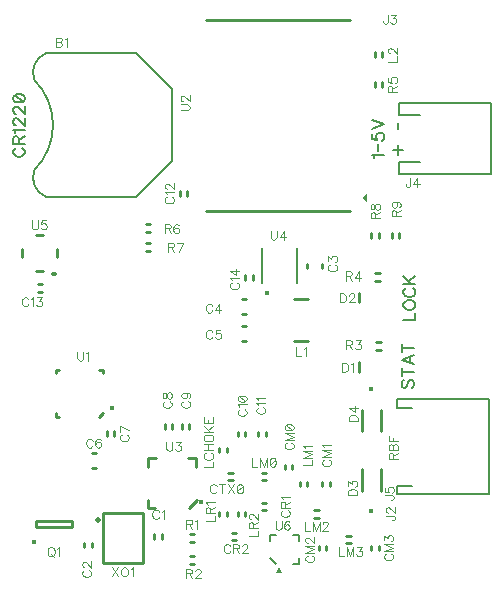
<source format=gto>
G04 DipTrace 3.2.0.0*
G04 LFTlayout-TopSilk.gto*
%MOIN*%
G04 #@! TF.FileFunction,Legend,Top*
G04 #@! TF.Part,Single*
%ADD10C,0.009843*%
%ADD15C,0.007874*%
%ADD23C,0.008*%
%ADD31C,0.015749*%
%ADD42C,0.015404*%
%ADD45O,0.016152X0.015352*%
%ADD53C,0.015413*%
%ADD55O,0.018307X0.017324*%
%ADD57C,0.005906*%
%ADD62C,0.019684*%
%ADD135C,0.004632*%
%ADD136C,0.006176*%
%FSLAX26Y26*%
G04*
G70*
G90*
G75*
G01*
G04 TopSilk*
%LPD*%
X524002Y1710226D2*
D23*
G02X484011Y1800297I25157J65083D01*
G01*
Y2100234D2*
G02X524002Y2190304I65148J24987D01*
G01*
X823868D1*
X943843Y2070210D1*
Y1830320D1*
X823868Y1710226D1*
X524002D1*
X484011Y2100234D2*
G02X484011Y1800297I-150032J-149969D01*
G01*
X884317Y571362D2*
D10*
Y586651D1*
X909326Y571362D2*
Y586651D1*
X674532Y558107D2*
Y542818D1*
X649523Y558107D2*
Y542818D1*
X1394018Y1475170D2*
Y1487668D1*
X1444014Y1475170D2*
Y1487668D1*
X1187863Y1319019D2*
X1175366D1*
X1187863Y1369015D2*
X1175366D1*
X1187863Y1231519D2*
X1175366D1*
X1187863Y1281515D2*
X1175366D1*
X687863Y806518D2*
X675366D1*
X687863Y856514D2*
X675366D1*
X750270Y929367D2*
Y914077D1*
X725261Y929367D2*
Y914077D1*
X918274Y937405D2*
Y952695D1*
X943283Y937405D2*
Y952695D1*
X974523Y937405D2*
Y952695D1*
X999532Y937405D2*
Y952695D1*
X1162023Y912405D2*
Y927695D1*
X1187032Y912405D2*
Y927695D1*
X1230774Y912405D2*
Y927695D1*
X1255783Y912405D2*
Y927695D1*
X994020Y1729367D2*
Y1714077D1*
X969012Y1729367D2*
Y1714077D1*
X510617Y1394012D2*
X495328D1*
X510617Y1419020D2*
X495328D1*
X1187761Y1433667D2*
Y1448956D1*
X1212770Y1433667D2*
Y1448956D1*
X1318273Y802610D2*
Y817900D1*
X1343281Y802610D2*
Y817900D1*
X1443274Y746361D2*
Y761650D1*
X1468283Y746361D2*
Y761650D1*
X1456520Y548117D2*
Y532828D1*
X1431512Y548117D2*
Y532828D1*
X1631520Y548117D2*
Y532828D1*
X1606512Y548117D2*
Y532828D1*
X1241883Y691510D2*
X1257172D1*
X1241883Y666501D2*
X1257172D1*
X1141883Y591511D2*
X1157172D1*
X1141883Y566502D2*
X1157172D1*
X1129383Y791510D2*
X1144672D1*
X1129383Y766501D2*
X1144672D1*
X1566802Y1128268D2*
Y1159764D1*
Y1359519D2*
Y1391015D1*
X1575017Y731755D2*
Y802634D1*
X1638012Y731755D2*
Y802634D1*
D31*
X1606515Y662864D3*
X1638015Y1000028D2*
D10*
Y929149D1*
X1575020Y1000028D2*
Y929149D1*
D31*
X1606517Y1068918D3*
X1769025Y1983378D2*
D23*
X1698150D1*
Y2022756D1*
X2005236D1*
Y1786536D1*
X1698150D1*
Y1825914D1*
X1769025D1*
X1692835Y1035256D2*
X1999922D1*
Y720296D1*
X1692835D1*
Y1035256D2*
Y1007697D1*
Y720296D2*
Y747855D1*
Y1007697D2*
X1744026D1*
X1692835Y747855D2*
X1744026D1*
X1396728Y1229399D2*
D10*
X1349472D1*
X1396728Y1371135D2*
X1349472D1*
X1644020Y2191867D2*
Y2176577D1*
X1619012Y2191867D2*
Y2176577D1*
X1099523Y858862D2*
Y874151D1*
X1124532Y858862D2*
Y874151D1*
X1241883Y791510D2*
X1257172D1*
X1241883Y766501D2*
X1257172D1*
X1393283Y761650D2*
Y746361D1*
X1368274Y761650D2*
Y746361D1*
X1432172Y641502D2*
X1416883D1*
X1432172Y666511D2*
X1416883D1*
X1523871Y581520D2*
X1539161D1*
X1523871Y556512D2*
X1539161D1*
X1124532Y661651D2*
Y646362D1*
X1099523Y661651D2*
Y646362D1*
X1187032Y661651D2*
Y646362D1*
X1162023Y661651D2*
Y646362D1*
D42*
X481916Y560556D3*
X491117Y610698D2*
D10*
X609222D1*
Y630384D1*
X491117D1*
Y610698D1*
X1001677Y585260D2*
X1016966D1*
X1001677Y560252D2*
X1016966D1*
X1002415Y512771D2*
X1017704D1*
X1002415Y487762D2*
X1017704D1*
X1623871Y1225271D2*
X1639161D1*
X1623871Y1200262D2*
X1639161D1*
X1621165Y1456520D2*
X1636455D1*
X1621165Y1431512D2*
X1636455D1*
X1619012Y2077415D2*
Y2092704D1*
X1644020Y2077415D2*
Y2092704D1*
X855122Y1619020D2*
X870411D1*
X855122Y1594012D2*
X870411D1*
X855121Y1556520D2*
X870410D1*
X855121Y1531512D2*
X870410D1*
X1606512Y1573873D2*
Y1589162D1*
X1631520Y1573873D2*
Y1589162D1*
X1700270Y1589161D2*
Y1573871D1*
X1675261Y1589161D2*
Y1573871D1*
X712824Y988802D2*
X701030Y976983D1*
X712824Y1134474D2*
X701030D1*
X712824D2*
Y1122655D1*
X555281Y1134474D2*
Y1122655D1*
Y1134474D2*
X567117D1*
X555281Y976983D2*
Y988802D1*
Y976983D2*
X567117D1*
D45*
X744123Y1006713D3*
X1055154Y1665177D2*
D10*
X1535423D1*
X1055154Y2299036D2*
X1535423D1*
G36*
X1574813Y1708470D2*
X1594508Y1692750D1*
Y1724253D1*
X1574813Y1708470D1*
G37*
X861343Y701405D2*
D10*
Y673840D1*
X884965D2*
X861343D1*
Y839192D2*
Y811627D1*
X888902Y839192D2*
X861343D1*
X1022757D2*
Y811627D1*
Y839192D2*
X995198D1*
X999135Y673840D2*
X1026694Y701405D1*
D31*
X1038504Y693532D3*
D53*
X1259570Y1390140D3*
X1241210Y1422265D2*
D15*
Y1540389D1*
X1359320Y1422265D2*
Y1540389D1*
D55*
X551003Y1451943D3*
X442046Y1511781D2*
D10*
Y1535405D1*
X489290Y1582651D2*
X512912D1*
X560156Y1535405D2*
Y1511781D1*
X512912Y1464535D2*
X489290D1*
X1268970Y564882D2*
D57*
Y584563D1*
X1288648D1*
X1347712D2*
X1367390D1*
Y564882D1*
Y505828D2*
Y486148D1*
X1347712D1*
X1288648D2*
X1268970Y505828D1*
G36*
X1290385Y457191D2*
X1300229Y476871D1*
X1310073Y457191D1*
D1*
X1290385D1*
G37*
D62*
X695624Y632711D3*
X845295Y656663D2*
D10*
X711431D1*
Y491309D1*
X845295D1*
Y656663D1*
X555835Y2241699D2*
D135*
Y2211555D1*
X568768D1*
X573079Y2213014D1*
X574505Y2214440D1*
X575931Y2217292D1*
Y2221603D1*
X574505Y2224488D1*
X573079Y2225914D1*
X568768Y2227340D1*
X573079Y2228799D1*
X574505Y2230225D1*
X575931Y2233077D1*
Y2235962D1*
X574505Y2238814D1*
X573079Y2240273D1*
X568768Y2241699D1*
X555835D1*
Y2227340D2*
X568768D1*
X585195Y2235929D2*
X588080Y2237388D1*
X592391Y2241666D1*
Y2211555D1*
X899353Y660069D2*
X897927Y662921D1*
X895042Y665806D1*
X892190Y667232D1*
X886453D1*
X883568Y665806D1*
X880716Y662921D1*
X879257Y660069D1*
X877831Y655758D1*
Y648562D1*
X879257Y644284D1*
X880716Y641399D1*
X883568Y638547D1*
X886453Y637088D1*
X892190D1*
X895042Y638547D1*
X897927Y641399D1*
X899353Y644284D1*
X908616Y661462D2*
X911502Y662921D1*
X915813Y667199D1*
Y637088D1*
X650257Y465835D2*
X647405Y464409D1*
X644520Y461524D1*
X643094Y458672D1*
Y452935D1*
X644520Y450050D1*
X647405Y447198D1*
X650257Y445739D1*
X654568Y444313D1*
X661764D1*
X666042Y445739D1*
X668927Y447198D1*
X671779Y450050D1*
X673238Y452935D1*
Y458672D1*
X671779Y461524D1*
X668927Y464409D1*
X666042Y465835D1*
X650290Y476557D2*
X648864D1*
X645979Y477983D1*
X644553Y479409D1*
X643127Y482294D1*
Y488031D1*
X644553Y490883D1*
X645979Y492309D1*
X648864Y493768D1*
X651716D1*
X654601Y492309D1*
X658879Y489457D1*
X673238Y475098D1*
Y495194D1*
X1469745Y1484243D2*
X1466893Y1482817D1*
X1464008Y1479932D1*
X1462582Y1477080D1*
Y1471343D1*
X1464008Y1468458D1*
X1466893Y1465606D1*
X1469745Y1464147D1*
X1474056Y1462721D1*
X1481252D1*
X1485530Y1464147D1*
X1488415Y1465606D1*
X1491267Y1468458D1*
X1492726Y1471343D1*
Y1477080D1*
X1491267Y1479932D1*
X1488415Y1482817D1*
X1485530Y1484243D1*
X1462615Y1496392D2*
Y1512143D1*
X1474089Y1503554D1*
Y1507865D1*
X1475515Y1510717D1*
X1476941Y1512143D1*
X1481252Y1513602D1*
X1484104D1*
X1488415Y1512143D1*
X1491300Y1509291D1*
X1492726Y1504980D1*
Y1500669D1*
X1491300Y1496392D1*
X1489841Y1494966D1*
X1486989Y1493506D1*
X1076983Y1347816D2*
X1075557Y1350668D1*
X1072672Y1353553D1*
X1069820Y1354979D1*
X1064083D1*
X1061198Y1353553D1*
X1058346Y1350668D1*
X1056887Y1347816D1*
X1055461Y1343505D1*
Y1336309D1*
X1056887Y1332031D1*
X1058346Y1329146D1*
X1061198Y1326294D1*
X1064083Y1324835D1*
X1069820D1*
X1072672Y1326294D1*
X1075557Y1329146D1*
X1076983Y1332031D1*
X1100605Y1324835D2*
Y1354946D1*
X1086246Y1334883D1*
X1107768D1*
X1077696Y1260316D2*
X1076270Y1263168D1*
X1073385Y1266053D1*
X1070533Y1267479D1*
X1064796D1*
X1061911Y1266053D1*
X1059059Y1263168D1*
X1057600Y1260316D1*
X1056174Y1256005D1*
Y1248809D1*
X1057600Y1244531D1*
X1059059Y1241646D1*
X1061911Y1238794D1*
X1064796Y1237335D1*
X1070533D1*
X1073385Y1238794D1*
X1076270Y1241646D1*
X1077696Y1244531D1*
X1104170Y1267446D2*
X1089844D1*
X1088418Y1254546D1*
X1089844Y1255972D1*
X1094155Y1257431D1*
X1098433D1*
X1102744Y1255972D1*
X1105629Y1253120D1*
X1107055Y1248809D1*
Y1245957D1*
X1105629Y1241646D1*
X1102744Y1238761D1*
X1098433Y1237335D1*
X1094155D1*
X1089844Y1238761D1*
X1088418Y1240220D1*
X1086959Y1243072D1*
X678425Y897814D2*
X676999Y900666D1*
X674114Y903551D1*
X671262Y904977D1*
X665525D1*
X662640Y903551D1*
X659788Y900666D1*
X658329Y897814D1*
X656903Y893503D1*
Y886307D1*
X658329Y882029D1*
X659788Y879144D1*
X662640Y876293D1*
X665525Y874833D1*
X671262D1*
X674114Y876293D1*
X676999Y879144D1*
X678425Y882029D1*
X704900Y900666D2*
X703474Y903518D1*
X699163Y904944D1*
X696311D1*
X692000Y903518D1*
X689115Y899207D1*
X687689Y892044D1*
Y884881D1*
X689115Y879144D1*
X692000Y876259D1*
X696311Y874833D1*
X697737D1*
X702015Y876259D1*
X704900Y879144D1*
X706326Y883455D1*
Y884881D1*
X704900Y889192D1*
X702015Y892044D1*
X697737Y893470D1*
X696311D1*
X692000Y892044D1*
X689115Y889192D1*
X687689Y884881D1*
X775994Y918345D2*
X773143Y916919D1*
X770257Y914034D1*
X768832Y911182D1*
Y905445D1*
X770257Y902560D1*
X773143Y899708D1*
X775994Y898249D1*
X780305Y896823D1*
X787502D1*
X791779Y898249D1*
X794665Y899708D1*
X797516Y902560D1*
X798976Y905445D1*
Y911182D1*
X797516Y914034D1*
X794665Y916919D1*
X791779Y918345D1*
X798976Y933346D2*
X768865Y947705D1*
Y927609D1*
X919006Y1029190D2*
X916154Y1027764D1*
X913269Y1024879D1*
X911843Y1022027D1*
Y1016290D1*
X913269Y1013405D1*
X916154Y1010553D1*
X919006Y1009094D1*
X923317Y1007668D1*
X930513D1*
X934791Y1009094D1*
X937676Y1010553D1*
X940528Y1013405D1*
X941987Y1016290D1*
Y1022027D1*
X940528Y1024879D1*
X937676Y1027764D1*
X934791Y1029190D1*
X911877Y1045616D2*
X913302Y1041339D1*
X916154Y1039879D1*
X919039D1*
X921891Y1041339D1*
X923350Y1044190D1*
X924776Y1049927D1*
X926202Y1054238D1*
X929087Y1057090D1*
X931939Y1058516D1*
X936250D1*
X939102Y1057090D1*
X940561Y1055664D1*
X941987Y1051353D1*
Y1045616D1*
X940561Y1041339D1*
X939102Y1039879D1*
X936250Y1038453D1*
X931939D1*
X929087Y1039879D1*
X926202Y1042765D1*
X924776Y1047042D1*
X923350Y1052779D1*
X921891Y1055664D1*
X919039Y1057090D1*
X916154D1*
X913302Y1055664D1*
X911877Y1051353D1*
Y1045616D1*
X981508Y1029885D2*
X978656Y1028459D1*
X975771Y1025574D1*
X974345Y1022722D1*
Y1016985D1*
X975771Y1014100D1*
X978656Y1011248D1*
X981508Y1009789D1*
X985819Y1008363D1*
X993015D1*
X997293Y1009789D1*
X1000178Y1011248D1*
X1003030Y1014100D1*
X1004489Y1016985D1*
Y1022722D1*
X1003030Y1025574D1*
X1000178Y1028459D1*
X997293Y1029885D1*
X984393Y1057819D2*
X988704Y1056359D1*
X991589Y1053508D1*
X993015Y1049197D1*
Y1047771D1*
X991589Y1043460D1*
X988704Y1040608D1*
X984393Y1039149D1*
X982967D1*
X978656Y1040608D1*
X975804Y1043460D1*
X974378Y1047771D1*
Y1049197D1*
X975804Y1053508D1*
X978656Y1056360D1*
X984393Y1057819D1*
X991589D1*
X998752Y1056359D1*
X1003063Y1053508D1*
X1004489Y1049197D1*
Y1046345D1*
X1003063Y1042034D1*
X1000178Y1040608D1*
X1169006Y1002193D2*
X1166154Y1000767D1*
X1163269Y997882D1*
X1161843Y995030D1*
Y989293D1*
X1163269Y986408D1*
X1166154Y983556D1*
X1169006Y982097D1*
X1173317Y980671D1*
X1180513D1*
X1184791Y982097D1*
X1187676Y983556D1*
X1190528Y986408D1*
X1191987Y989293D1*
Y995030D1*
X1190528Y997882D1*
X1187676Y1000767D1*
X1184791Y1002193D1*
X1167614Y1011456D2*
X1166154Y1014342D1*
X1161877Y1018653D1*
X1191987Y1018652D1*
X1161877Y1036538D2*
X1163302Y1032227D1*
X1167614Y1029342D1*
X1174776Y1027916D1*
X1179087D1*
X1186250Y1029342D1*
X1190561Y1032227D1*
X1191987Y1036538D1*
Y1039390D1*
X1190561Y1043701D1*
X1186250Y1046553D1*
X1179087Y1048012D1*
X1174776D1*
X1167614Y1046553D1*
X1163302Y1043701D1*
X1161877Y1039390D1*
Y1036538D1*
X1167614Y1046553D2*
X1186250Y1029342D1*
X1231508Y1008643D2*
X1228656Y1007217D1*
X1225771Y1004332D1*
X1224345Y1001480D1*
Y995743D1*
X1225771Y992858D1*
X1228656Y990006D1*
X1231508Y988547D1*
X1235819Y987121D1*
X1243015D1*
X1247293Y988547D1*
X1250178Y990006D1*
X1253030Y992858D1*
X1254489Y995743D1*
Y1001480D1*
X1253030Y1004332D1*
X1250178Y1007217D1*
X1247293Y1008643D1*
X1230115Y1017906D2*
X1228656Y1020791D1*
X1224378Y1025103D1*
X1254489Y1025102D1*
X1230115Y1034366D2*
X1228656Y1037251D1*
X1224378Y1041562D1*
X1254489D1*
X925994Y1710116D2*
X923143Y1708690D1*
X920257Y1705805D1*
X918832Y1702953D1*
Y1697216D1*
X920257Y1694331D1*
X923143Y1691479D1*
X925994Y1690020D1*
X930305Y1688594D1*
X937502D1*
X941779Y1690020D1*
X944665Y1691479D1*
X947516Y1694331D1*
X948976Y1697216D1*
Y1702953D1*
X947516Y1705804D1*
X944665Y1708690D1*
X941779Y1710115D1*
X924602Y1719379D2*
X923143Y1722264D1*
X918865Y1726575D1*
X948976D1*
X926028Y1737298D2*
X924602D1*
X921717Y1738724D1*
X920291Y1740150D1*
X918865Y1743035D1*
Y1748772D1*
X920291Y1751624D1*
X921717Y1753050D1*
X924602Y1754509D1*
X927454D1*
X930339Y1753050D1*
X934617Y1750198D1*
X948976Y1735839D1*
Y1755935D1*
X464248Y1368829D2*
X462822Y1371681D1*
X459937Y1374566D1*
X457085Y1375992D1*
X451348D1*
X448463Y1374566D1*
X445611Y1371681D1*
X444152Y1368829D1*
X442726Y1364518D1*
Y1357322D1*
X444152Y1353044D1*
X445611Y1350159D1*
X448463Y1347307D1*
X451348Y1345848D1*
X457085D1*
X459937Y1347307D1*
X462822Y1350159D1*
X464248Y1353044D1*
X473512Y1370222D2*
X476397Y1371681D1*
X480708Y1375959D1*
Y1345848D1*
X492856Y1375959D2*
X508608D1*
X500019Y1364485D1*
X504330D1*
X507182Y1363059D1*
X508608Y1361633D1*
X510067Y1357322D1*
Y1354470D1*
X508608Y1350159D1*
X505756Y1347274D1*
X501445Y1345848D1*
X497134D1*
X492856Y1347274D1*
X491430Y1348733D1*
X489971Y1351585D1*
X1143166Y1424328D2*
X1140314Y1422902D1*
X1137429Y1420017D1*
X1136003Y1417165D1*
Y1411428D1*
X1137429Y1408543D1*
X1140314Y1405691D1*
X1143166Y1404232D1*
X1147477Y1402806D1*
X1154673D1*
X1158951Y1404232D1*
X1161836Y1405691D1*
X1164688Y1408543D1*
X1166147Y1411428D1*
Y1417165D1*
X1164688Y1420017D1*
X1161836Y1422902D1*
X1158951Y1424328D1*
X1141774Y1433591D2*
X1140315Y1436476D1*
X1136037Y1440787D1*
X1166147D1*
Y1464410D2*
X1136037D1*
X1156099Y1450051D1*
Y1471573D1*
X1325256Y890771D2*
X1322404Y889345D1*
X1319519Y886460D1*
X1318093Y883608D1*
Y877871D1*
X1319519Y874986D1*
X1322404Y872134D1*
X1325256Y870675D1*
X1329567Y869249D1*
X1336763D1*
X1341041Y870675D1*
X1343926Y872134D1*
X1346778Y874986D1*
X1348237Y877871D1*
Y883608D1*
X1346778Y886460D1*
X1343926Y889345D1*
X1341041Y890771D1*
X1348237Y922982D2*
X1318093Y922983D1*
X1348237Y911509D1*
X1318093Y900035D1*
X1348237D1*
X1318126Y940868D2*
X1319552Y936557D1*
X1323863Y933672D1*
X1331026Y932246D1*
X1335337D1*
X1342500Y933672D1*
X1346811Y936557D1*
X1348237Y940868D1*
Y943720D1*
X1346811Y948031D1*
X1342500Y950883D1*
X1335337Y952342D1*
X1331026D1*
X1323863Y950883D1*
X1319552Y948031D1*
X1318126Y943720D1*
Y940868D1*
X1323863Y950883D2*
X1342500Y933672D1*
X1450257Y834722D2*
X1447405Y833296D1*
X1444520Y830411D1*
X1443094Y827559D1*
Y821822D1*
X1444520Y818937D1*
X1447405Y816086D1*
X1450257Y814626D1*
X1454568Y813200D1*
X1461764D1*
X1466042Y814626D1*
X1468927Y816086D1*
X1471779Y818937D1*
X1473238Y821822D1*
Y827559D1*
X1471779Y830411D1*
X1468927Y833296D1*
X1466042Y834722D1*
X1473238Y866934D2*
X1443094D1*
X1473238Y855460D1*
X1443094Y843986D1*
X1473238D1*
X1448864Y876197D2*
X1447405Y879082D1*
X1443127Y883393D1*
X1473238D1*
X1394744Y514740D2*
X1391892Y513314D1*
X1389007Y510429D1*
X1387581Y507577D1*
Y501840D1*
X1389007Y498955D1*
X1391892Y496103D1*
X1394744Y494644D1*
X1399055Y493218D1*
X1406251D1*
X1410529Y494644D1*
X1413414Y496103D1*
X1416266Y498955D1*
X1417725Y501840D1*
Y507577D1*
X1416266Y510429D1*
X1413414Y513314D1*
X1410529Y514740D1*
X1417725Y546951D2*
X1387581D1*
X1417725Y535477D1*
X1387581Y524003D1*
X1417725D1*
X1394777Y557674D2*
X1393351D1*
X1390466Y559100D1*
X1389040Y560526D1*
X1387614Y563411D1*
Y569148D1*
X1389040Y572000D1*
X1390466Y573425D1*
X1393351Y574885D1*
X1396203D1*
X1399088Y573425D1*
X1403366Y570574D1*
X1417725Y556215D1*
Y576311D1*
X1657245Y520989D2*
X1654393Y519563D1*
X1651508Y516678D1*
X1650082Y513826D1*
Y508089D1*
X1651508Y505204D1*
X1654393Y502352D1*
X1657245Y500893D1*
X1661556Y499467D1*
X1668752D1*
X1673030Y500893D1*
X1675915Y502352D1*
X1678767Y505204D1*
X1680226Y508089D1*
Y513826D1*
X1678767Y516678D1*
X1675915Y519563D1*
X1673030Y520989D1*
X1680226Y553200D2*
X1650082D1*
X1680226Y541726D1*
X1650082Y530252D1*
X1680226D1*
X1650115Y565349D2*
Y581101D1*
X1661589Y572512D1*
Y576823D1*
X1663015Y579675D1*
X1664441Y581101D1*
X1668752Y582560D1*
X1671604D1*
X1675915Y581101D1*
X1678800Y578249D1*
X1680226Y573938D1*
Y569627D1*
X1678800Y565349D1*
X1677341Y563923D1*
X1674489Y562464D1*
X1312757Y665823D2*
X1309905Y664397D1*
X1307020Y661512D1*
X1305594Y658660D1*
Y652923D1*
X1307020Y650038D1*
X1309905Y647186D1*
X1312757Y645727D1*
X1317068Y644301D1*
X1324264D1*
X1328542Y645727D1*
X1331427Y647186D1*
X1334279Y650038D1*
X1335738Y652923D1*
Y658660D1*
X1334279Y661512D1*
X1331427Y664397D1*
X1328542Y665823D1*
X1319953Y675086D2*
Y687986D1*
X1318494Y692297D1*
X1317068Y693756D1*
X1314216Y695182D1*
X1311331D1*
X1308479Y693756D1*
X1307020Y692297D1*
X1305594Y687986D1*
Y675086D1*
X1335738D1*
X1319953Y685134D2*
X1335738Y695182D1*
X1311364Y704446D2*
X1309905Y707331D1*
X1305627Y711642D1*
X1335738D1*
X1137180Y545994D2*
X1135754Y548846D1*
X1132869Y551731D1*
X1130017Y553157D1*
X1124280D1*
X1121395Y551731D1*
X1118543Y548846D1*
X1117084Y545994D1*
X1115658Y541683D1*
Y534487D1*
X1117084Y530209D1*
X1118543Y527324D1*
X1121395Y524472D1*
X1124280Y523013D1*
X1130017D1*
X1132869Y524472D1*
X1135754Y527324D1*
X1137180Y530209D1*
X1146443Y538798D2*
X1159343D1*
X1163654Y540257D1*
X1165113Y541683D1*
X1166539Y544535D1*
Y547420D1*
X1165113Y550272D1*
X1163654Y551731D1*
X1159343Y553157D1*
X1146443D1*
Y523013D1*
X1156491Y538798D2*
X1166539Y523013D1*
X1177262Y545961D2*
Y547387D1*
X1178688Y550272D1*
X1180114Y551698D1*
X1182999Y553124D1*
X1188736D1*
X1191588Y551698D1*
X1193014Y550272D1*
X1194473Y547387D1*
Y544535D1*
X1193014Y541650D1*
X1190162Y537372D1*
X1175803Y523013D1*
X1195899D1*
X1091249Y745993D2*
X1089824Y748845D1*
X1086938Y751730D1*
X1084087Y753156D1*
X1078350D1*
X1075464Y751730D1*
X1072613Y748845D1*
X1071153Y745993D1*
X1069728Y741682D1*
Y734486D1*
X1071153Y730208D1*
X1072613Y727323D1*
X1075464Y724471D1*
X1078350Y723012D1*
X1084087D1*
X1086938Y724471D1*
X1089824Y727323D1*
X1091249Y730208D1*
X1110561Y753156D2*
Y723012D1*
X1100513Y753156D2*
X1120609D1*
X1129873D2*
X1149969Y723012D1*
Y753156D2*
X1129873Y723012D1*
X1167854Y753123D2*
X1163543Y751697D1*
X1160658Y747386D1*
X1159232Y740223D1*
Y735912D1*
X1160658Y728749D1*
X1163543Y724438D1*
X1167854Y723012D1*
X1170706D1*
X1175017Y724438D1*
X1177869Y728749D1*
X1179328Y735912D1*
Y740223D1*
X1177869Y747386D1*
X1175017Y751697D1*
X1170706Y753123D1*
X1167854D1*
X1177869Y747386D2*
X1160658Y728749D1*
X1509548Y1157635D2*
Y1127491D1*
X1519596D1*
X1523907Y1128950D1*
X1526792Y1131802D1*
X1528218Y1134687D1*
X1529644Y1138965D1*
Y1146161D1*
X1528218Y1150472D1*
X1526792Y1153324D1*
X1523907Y1156209D1*
X1519596Y1157635D1*
X1509548D1*
X1538907Y1151865D2*
X1541793Y1153324D1*
X1546104Y1157602D1*
Y1127491D1*
X1503098Y1388886D2*
Y1358742D1*
X1513146D1*
X1517457Y1360201D1*
X1520342Y1363053D1*
X1521768Y1365938D1*
X1523194Y1370215D1*
Y1377412D1*
X1521768Y1381723D1*
X1520342Y1384575D1*
X1517457Y1387460D1*
X1513146Y1388886D1*
X1503098D1*
X1533917Y1381689D2*
Y1383115D1*
X1535343Y1386000D1*
X1536769Y1387426D1*
X1539654Y1388852D1*
X1545391D1*
X1548242Y1387426D1*
X1549668Y1386000D1*
X1551128Y1383115D1*
Y1380263D1*
X1549668Y1377378D1*
X1546817Y1373101D1*
X1532457Y1358742D1*
X1552553D1*
X1529755Y715451D2*
X1559899D1*
Y725499D1*
X1558440Y729810D1*
X1555588Y732695D1*
X1552703Y734121D1*
X1548425Y735547D1*
X1541229D1*
X1536918Y734121D1*
X1534066Y732695D1*
X1531181Y729810D1*
X1529755Y725499D1*
Y715451D1*
X1529789Y747696D2*
Y763447D1*
X1541263Y754859D1*
Y759170D1*
X1542689Y762021D1*
X1544114Y763447D1*
X1548425Y764907D1*
X1551277D1*
X1555588Y763447D1*
X1558473Y760595D1*
X1559899Y756284D1*
Y751973D1*
X1558473Y747696D1*
X1557014Y746270D1*
X1554162Y744811D1*
X1531334Y963851D2*
X1561478D1*
Y973899D1*
X1560019Y978210D1*
X1557167Y981095D1*
X1554282Y982521D1*
X1550004Y983947D1*
X1542808D1*
X1538497Y982521D1*
X1535645Y981095D1*
X1532760Y978210D1*
X1531334Y973899D1*
Y963851D1*
X1561478Y1007569D2*
X1531367D1*
X1551430Y993210D1*
Y1014732D1*
X1656333Y647767D2*
X1679281Y647766D1*
X1683592Y646341D1*
X1685018Y644881D1*
X1686477Y642029D1*
Y639144D1*
X1685018Y636293D1*
X1683592Y634867D1*
X1679281Y633407D1*
X1676429D1*
X1663529Y658489D2*
X1662103D1*
X1659218Y659915D1*
X1657792Y661341D1*
X1656366Y664226D1*
Y669963D1*
X1657792Y672815D1*
X1659218Y674241D1*
X1662103Y675700D1*
X1664955D1*
X1667840Y674241D1*
X1672118Y671389D1*
X1686477Y657030D1*
Y677126D1*
X1661516Y2317950D2*
Y2295002D1*
X1660090Y2290691D1*
X1658631Y2289265D1*
X1655779Y2287806D1*
X1652894D1*
X1650042Y2289265D1*
X1648616Y2290691D1*
X1647157Y2295002D1*
Y2297854D1*
X1673664Y2317917D2*
X1689416D1*
X1680827Y2306443D1*
X1685138D1*
X1687990Y2305017D1*
X1689416Y2303591D1*
X1690875Y2299280D1*
Y2296428D1*
X1689416Y2292117D1*
X1686564Y2289232D1*
X1682253Y2287806D1*
X1677942D1*
X1673664Y2289232D1*
X1672238Y2290691D1*
X1670779Y2293543D1*
X1737231Y1772941D2*
Y1749993D1*
X1735805Y1745682D1*
X1734346Y1744256D1*
X1731494Y1742797D1*
X1728609D1*
X1725757Y1744256D1*
X1724331Y1745682D1*
X1722872Y1749993D1*
Y1752845D1*
X1760853Y1742797D2*
Y1772907D1*
X1746494Y1752845D1*
X1768016D1*
X1652444Y715256D2*
X1675392D1*
X1679703Y713830D1*
X1681129Y712371D1*
X1682588Y709519D1*
Y706634D1*
X1681129Y703782D1*
X1679703Y702356D1*
X1675392Y700897D1*
X1672540D1*
X1652478Y741730D2*
Y727405D1*
X1665377Y725979D1*
X1663952Y727405D1*
X1662492Y731716D1*
Y735993D1*
X1663952Y740304D1*
X1666803Y743190D1*
X1671114Y744615D1*
X1673966D1*
X1678277Y743190D1*
X1681162Y740304D1*
X1682588Y735993D1*
Y731716D1*
X1681162Y727405D1*
X1679703Y725979D1*
X1676851Y724519D1*
X1356265Y1210786D2*
Y1180642D1*
X1373476D1*
X1382739Y1205016D2*
X1385624Y1206475D1*
X1389935Y1210753D1*
Y1180642D1*
X1662582Y2161478D2*
X1692726D1*
Y2178688D1*
X1669778Y2189411D2*
X1668352D1*
X1665467Y2190837D1*
X1664041Y2192263D1*
X1662615Y2195148D1*
Y2200885D1*
X1664041Y2203737D1*
X1665467Y2205163D1*
X1668352Y2206622D1*
X1671204D1*
X1674089Y2205163D1*
X1678367Y2202311D1*
X1692726Y2187952D1*
Y2208048D1*
X1049343Y808634D2*
X1079487D1*
Y825845D1*
X1056506Y856630D2*
X1053654Y855204D1*
X1050769Y852319D1*
X1049343Y849467D1*
Y843730D1*
X1050769Y840845D1*
X1053654Y837993D1*
X1056506Y836534D1*
X1060817Y835108D1*
X1068013D1*
X1072291Y836534D1*
X1075176Y837993D1*
X1078028Y840845D1*
X1079487Y843730D1*
Y849467D1*
X1078028Y852319D1*
X1075176Y855204D1*
X1072291Y856630D1*
X1049343Y865894D2*
X1079487D1*
X1049343Y885990D2*
X1079487D1*
X1063702Y865894D2*
Y885990D1*
X1049343Y903875D2*
X1050769Y900990D1*
X1053654Y898138D1*
X1056506Y896679D1*
X1060817Y895253D1*
X1068013D1*
X1072291Y896679D1*
X1075176Y898138D1*
X1078028Y900990D1*
X1079487Y903875D1*
Y909612D1*
X1078028Y912464D1*
X1075176Y915349D1*
X1072291Y916775D1*
X1068013Y918201D1*
X1060817D1*
X1056506Y916775D1*
X1053654Y915349D1*
X1050769Y912464D1*
X1049343Y909612D1*
Y903875D1*
Y927465D2*
X1079487D1*
X1049343Y947561D2*
X1069439Y927465D1*
X1062243Y934628D2*
X1079487Y947561D1*
X1049343Y975461D2*
Y956824D1*
X1079487D1*
Y975461D1*
X1063702Y956824D2*
Y968298D1*
X1210137Y840656D2*
Y810512D1*
X1227348D1*
X1259559D2*
Y840656D1*
X1248085Y810512D1*
X1236611Y840656D1*
Y810512D1*
X1277445Y840623D2*
X1273134Y839197D1*
X1270249Y834886D1*
X1268823Y827723D1*
Y823412D1*
X1270249Y816249D1*
X1273134Y811938D1*
X1277445Y810512D1*
X1280297D1*
X1284608Y811938D1*
X1287460Y816249D1*
X1288919Y823412D1*
Y827723D1*
X1287460Y834886D1*
X1284608Y839197D1*
X1280297Y840623D1*
X1277445D1*
X1287460Y834886D2*
X1270249Y816249D1*
X1380595Y815356D2*
X1410739D1*
Y832567D1*
Y864778D2*
X1380595D1*
X1410739Y853304D1*
X1380595Y841830D1*
X1410739D1*
X1386365Y874042D2*
X1384906Y876927D1*
X1380628Y881238D1*
X1410739D1*
X1385137Y628157D2*
Y598013D1*
X1402348D1*
X1434559D2*
Y628157D1*
X1423085Y598013D1*
X1411611Y628157D1*
Y598013D1*
X1445282Y620961D2*
Y622387D1*
X1446708Y625272D1*
X1448134Y626698D1*
X1451019Y628124D1*
X1456756D1*
X1459608Y626698D1*
X1461034Y625272D1*
X1462493Y622387D1*
Y619535D1*
X1461034Y616650D1*
X1458182Y612372D1*
X1443823Y598013D1*
X1463919D1*
X1498376Y543166D2*
Y513022D1*
X1515587D1*
X1547798D2*
Y543166D1*
X1536324Y513022D1*
X1524850Y543166D1*
Y513022D1*
X1559947Y543133D2*
X1575699D1*
X1567110Y531659D1*
X1571421D1*
X1574273Y530233D1*
X1575699Y528807D1*
X1577158Y524496D1*
Y521644D1*
X1575699Y517333D1*
X1572847Y514448D1*
X1568536Y513022D1*
X1564225D1*
X1559947Y514448D1*
X1558521Y515907D1*
X1557062Y518759D1*
X1055594Y629283D2*
X1085738D1*
Y646494D1*
X1069953Y655758D2*
Y668658D1*
X1068494Y672969D1*
X1067068Y674428D1*
X1064216Y675854D1*
X1061331D1*
X1058479Y674428D1*
X1057020Y672969D1*
X1055594Y668658D1*
Y655758D1*
X1085738D1*
X1069953Y665806D2*
X1085738Y675854D1*
X1061364Y685117D2*
X1059905Y688002D1*
X1055627Y692313D1*
X1085738D1*
X1199343Y579084D2*
X1229487D1*
Y596295D1*
X1213702Y605558D2*
Y618458D1*
X1212243Y622769D1*
X1210817Y624228D1*
X1207965Y625654D1*
X1205080D1*
X1202228Y624228D1*
X1200769Y622769D1*
X1199343Y618458D1*
Y605558D1*
X1229487D1*
X1213702Y615606D2*
X1229487Y625654D1*
X1206539Y636377D2*
X1205114D1*
X1202228Y637803D1*
X1200802Y639229D1*
X1199377Y642114D1*
Y647851D1*
X1200802Y650703D1*
X1202228Y652129D1*
X1205113Y653588D1*
X1207965D1*
X1210850Y652129D1*
X1215128Y649277D1*
X1229487Y634918D1*
Y655014D1*
X536870Y542920D2*
X534019Y541527D1*
X531133Y538642D1*
X529708Y535757D1*
X528248Y531446D1*
Y524283D1*
X529708Y519972D1*
X531133Y517120D1*
X534019Y514235D1*
X536870Y512809D1*
X542607D1*
X545492Y514235D1*
X548344Y517120D1*
X549770Y519972D1*
X551229Y524283D1*
Y531446D1*
X549770Y535757D1*
X548344Y538642D1*
X545492Y541527D1*
X542607Y542920D1*
X536870D1*
X541181Y518546D2*
X549770Y509924D1*
X560493Y537150D2*
X563378Y538609D1*
X567689Y542887D1*
Y512776D1*
X991044Y620048D2*
X1003944D1*
X1008255Y621507D1*
X1009714Y622933D1*
X1011140Y625784D1*
Y628670D1*
X1009714Y631521D1*
X1008255Y632981D1*
X1003944Y634407D1*
X991044D1*
Y604263D1*
X1001092Y620048D2*
X1011140Y604263D1*
X1020404Y628636D2*
X1023289Y630096D1*
X1027600Y634373D1*
Y604263D1*
X990006Y455383D2*
X1002906D1*
X1007217Y456843D1*
X1008676Y458269D1*
X1010102Y461120D1*
Y464006D1*
X1008676Y466857D1*
X1007217Y468317D1*
X1002906Y469742D1*
X990006D1*
Y439598D1*
X1000054Y455383D2*
X1010102Y439598D1*
X1020825Y462546D2*
Y463972D1*
X1022251Y466857D1*
X1023677Y468283D1*
X1026562Y469709D1*
X1032299D1*
X1035151Y468283D1*
X1036577Y466857D1*
X1038036Y463972D1*
Y461120D1*
X1036577Y458235D1*
X1033725Y453958D1*
X1019366Y439598D1*
X1039462D1*
X1523972Y1217883D2*
X1536872D1*
X1541183Y1219343D1*
X1542642Y1220769D1*
X1544068Y1223620D1*
Y1226506D1*
X1542642Y1229357D1*
X1541183Y1230817D1*
X1536872Y1232242D1*
X1523972D1*
Y1202098D1*
X1534020Y1217883D2*
X1544068Y1202098D1*
X1556217Y1232209D2*
X1571968D1*
X1563380Y1220735D1*
X1567691D1*
X1570542Y1219309D1*
X1571968Y1217883D1*
X1573428Y1213572D1*
Y1210721D1*
X1571968Y1206410D1*
X1569116Y1203524D1*
X1564805Y1202098D1*
X1560494D1*
X1556217Y1203524D1*
X1554791Y1204984D1*
X1553332Y1207835D1*
X1522120Y1447558D2*
X1535020D1*
X1539331Y1449017D1*
X1540790Y1450443D1*
X1542216Y1453295D1*
Y1456180D1*
X1540790Y1459032D1*
X1539331Y1460491D1*
X1535020Y1461917D1*
X1522120D1*
Y1431773D1*
X1532168Y1447558D2*
X1542216Y1431773D1*
X1565838D2*
Y1461884D1*
X1551479Y1441821D1*
X1573001D1*
X1676941Y2060872D2*
Y2073772D1*
X1675482Y2078083D1*
X1674056Y2079542D1*
X1671204Y2080968D1*
X1668319D1*
X1665467Y2079542D1*
X1664008Y2078083D1*
X1662582Y2073772D1*
Y2060872D1*
X1692726D1*
X1676941Y2070920D2*
X1692726Y2080968D1*
X1662615Y2107443D2*
Y2093117D1*
X1675515Y2091691D1*
X1674089Y2093117D1*
X1672630Y2097428D1*
Y2101706D1*
X1674089Y2106017D1*
X1676941Y2108902D1*
X1681252Y2110328D1*
X1684104D1*
X1688415Y2108902D1*
X1691300Y2106017D1*
X1692726Y2101706D1*
Y2097428D1*
X1691300Y2093117D1*
X1689841Y2091691D1*
X1686989Y2090232D1*
X918444Y1605383D2*
X931344D1*
X935655Y1606843D1*
X937114Y1608269D1*
X938540Y1611120D1*
Y1614006D1*
X937114Y1616857D1*
X935655Y1618317D1*
X931344Y1619742D1*
X918444D1*
Y1589598D1*
X928492Y1605383D2*
X938540Y1589598D1*
X965015Y1615431D2*
X963589Y1618283D1*
X959278Y1619709D1*
X956426D1*
X952115Y1618283D1*
X949230Y1613972D1*
X947804Y1606809D1*
Y1599646D1*
X949230Y1593910D1*
X952115Y1591024D1*
X956426Y1589598D1*
X957852D1*
X962130Y1591024D1*
X965015Y1593910D1*
X966441Y1598221D1*
Y1599646D1*
X965015Y1603958D1*
X962130Y1606809D1*
X957852Y1608235D1*
X956426D1*
X952115Y1606809D1*
X949230Y1603958D1*
X947804Y1599646D1*
X930213Y1542881D2*
X943113D1*
X947424Y1544340D1*
X948883Y1545766D1*
X950309Y1548618D1*
Y1551503D1*
X948883Y1554355D1*
X947424Y1555814D1*
X943113Y1557240D1*
X930213D1*
Y1527096D1*
X940261Y1542881D2*
X950309Y1527096D1*
X965310D2*
X979669Y1557207D1*
X959573D1*
X1620692Y1638598D2*
Y1651497D1*
X1619233Y1655808D1*
X1617807Y1657268D1*
X1614955Y1658694D1*
X1612070D1*
X1609218Y1657268D1*
X1607759Y1655808D1*
X1606333Y1651497D1*
Y1638598D1*
X1636477D1*
X1620692Y1648646D2*
X1636477Y1658693D1*
X1606366Y1675120D2*
X1607792Y1670842D1*
X1610644Y1669383D1*
X1613529D1*
X1616381Y1670842D1*
X1617840Y1673694D1*
X1619266Y1679431D1*
X1620692Y1683742D1*
X1623577Y1686594D1*
X1626429Y1688020D1*
X1630740D1*
X1633592Y1686594D1*
X1635051Y1685168D1*
X1636477Y1680857D1*
Y1675120D1*
X1635051Y1670842D1*
X1633592Y1669383D1*
X1630740Y1667957D1*
X1626429D1*
X1623577Y1669383D1*
X1620692Y1672268D1*
X1619266Y1676546D1*
X1617840Y1682283D1*
X1616381Y1685168D1*
X1613529Y1686594D1*
X1610644D1*
X1607792Y1685168D1*
X1606366Y1680857D1*
Y1675120D1*
X1689445Y1645534D2*
Y1658434D1*
X1687986Y1662745D1*
X1686560Y1664204D1*
X1683708Y1665630D1*
X1680823D1*
X1677971Y1664204D1*
X1676512Y1662745D1*
X1675086Y1658434D1*
Y1645534D1*
X1705230D1*
X1689445Y1655582D2*
X1705230Y1665630D1*
X1685134Y1693564D2*
X1689445Y1692105D1*
X1692330Y1689253D1*
X1693756Y1684942D1*
Y1683516D1*
X1692330Y1679205D1*
X1689445Y1676353D1*
X1685134Y1674894D1*
X1683708D1*
X1679397Y1676353D1*
X1676545Y1679205D1*
X1675119Y1683516D1*
Y1684942D1*
X1676545Y1689253D1*
X1679397Y1692105D1*
X1685134Y1693564D1*
X1692330D1*
X1699493Y1692105D1*
X1703804Y1689253D1*
X1705230Y1684942D1*
Y1682090D1*
X1703804Y1677779D1*
X1700919Y1676353D1*
X627098Y1195135D2*
Y1173613D1*
X628524Y1169302D1*
X631409Y1166450D1*
X635720Y1164991D1*
X638572D1*
X642883Y1166450D1*
X645768Y1169302D1*
X647194Y1173613D1*
Y1195135D1*
X656457Y1189365D2*
X659342Y1190824D1*
X663653Y1195102D1*
Y1164991D1*
X971391Y1999308D2*
X992913D1*
X997224Y2000734D1*
X1000075Y2003619D1*
X1001535Y2007930D1*
Y2010782D1*
X1000076Y2015093D1*
X997224Y2017978D1*
X992913Y2019404D1*
X971391D1*
X978587Y2030127D2*
X977161D1*
X974276Y2031553D1*
X972850Y2032979D1*
X971424Y2035864D1*
Y2041601D1*
X972850Y2044452D1*
X974276Y2045878D1*
X977161Y2047338D1*
X980013D1*
X982898Y2045878D1*
X987176Y2043027D1*
X1001535Y2028667D1*
Y2048763D1*
X923717Y893954D2*
Y872432D1*
X925143Y868121D1*
X928028Y865269D1*
X932339Y863810D1*
X935191D1*
X939502Y865269D1*
X942387Y868121D1*
X943813Y872432D1*
Y893954D1*
X955962Y893921D2*
X971714D1*
X963125Y882447D1*
X967436D1*
X970288Y881021D1*
X971714Y879595D1*
X973173Y875284D1*
Y872432D1*
X971714Y868121D1*
X968862Y865236D1*
X964551Y863810D1*
X960240D1*
X955962Y865236D1*
X954536Y866695D1*
X953077Y869547D1*
X1271873Y1597758D2*
Y1576236D1*
X1273299Y1571925D1*
X1276184Y1569073D1*
X1280495Y1567614D1*
X1283347D1*
X1287658Y1569073D1*
X1290543Y1571925D1*
X1291969Y1576236D1*
Y1597758D1*
X1315592Y1567614D2*
Y1597725D1*
X1301233Y1577662D1*
X1322755D1*
X476374Y1632836D2*
Y1611314D1*
X477799Y1607003D1*
X480685Y1604151D1*
X484996Y1602692D1*
X487847D1*
X492159Y1604151D1*
X495044Y1607003D1*
X496470Y1611314D1*
Y1632836D1*
X522944Y1632803D2*
X508618D1*
X507192Y1619903D1*
X508618Y1621329D1*
X512929Y1622788D1*
X517207D1*
X521518Y1621329D1*
X524403Y1618477D1*
X525829Y1614166D1*
Y1611314D1*
X524403Y1607003D1*
X521518Y1604118D1*
X517207Y1602692D1*
X512929D1*
X508618Y1604118D1*
X507192Y1605577D1*
X505733Y1608429D1*
X1287931Y630686D2*
Y609164D1*
X1289357Y604853D1*
X1292242Y602001D1*
X1296553Y600542D1*
X1299405D1*
X1303716Y602001D1*
X1306601Y604853D1*
X1308027Y609164D1*
Y630686D1*
X1334502Y626375D2*
X1333076Y629227D1*
X1328765Y630653D1*
X1325913D1*
X1321602Y629227D1*
X1318717Y624916D1*
X1317291Y617753D1*
Y610590D1*
X1318717Y604853D1*
X1321602Y601968D1*
X1325913Y600542D1*
X1327339D1*
X1331617Y601968D1*
X1334502Y604853D1*
X1335928Y609164D1*
Y610590D1*
X1334502Y614901D1*
X1331617Y617753D1*
X1327339Y619179D1*
X1325913D1*
X1321602Y617753D1*
X1318717Y614901D1*
X1317291Y610590D1*
X743655Y475597D2*
X763751Y445453D1*
Y475597D2*
X743655Y445453D1*
X781636Y475597D2*
X778751Y474171D1*
X775899Y471286D1*
X774440Y468434D1*
X773014Y464123D1*
Y456927D1*
X774440Y452649D1*
X775899Y449764D1*
X778751Y446912D1*
X781636Y445453D1*
X787373D1*
X790225Y446912D1*
X793110Y449764D1*
X794536Y452649D1*
X795962Y456927D1*
Y464123D1*
X794536Y468434D1*
X793110Y471286D1*
X790225Y474171D1*
X787373Y475597D1*
X781636D1*
X805226Y469827D2*
X808111Y471286D1*
X812422Y475564D1*
Y445453D1*
X1714078Y1299714D2*
D136*
X1754270D1*
Y1322662D1*
X1714078Y1346510D2*
X1715979Y1342663D1*
X1719826Y1338860D1*
X1723628Y1336915D1*
X1729376Y1335013D1*
X1738971D1*
X1744675Y1336915D1*
X1748522Y1338860D1*
X1752324Y1342663D1*
X1754270Y1346509D1*
Y1354159D1*
X1752324Y1357961D1*
X1748522Y1361808D1*
X1744675Y1363709D1*
X1738971Y1365611D1*
X1729376D1*
X1723628Y1363709D1*
X1719826Y1361808D1*
X1715979Y1357961D1*
X1714078Y1354159D1*
Y1346510D1*
X1723628Y1406658D2*
X1719826Y1404757D1*
X1715979Y1400910D1*
X1714078Y1397107D1*
Y1389458D1*
X1715979Y1385611D1*
X1719826Y1381809D1*
X1723628Y1379863D1*
X1729376Y1377962D1*
X1738971D1*
X1744675Y1379863D1*
X1748522Y1381809D1*
X1752324Y1385611D1*
X1754270Y1389458D1*
Y1397107D1*
X1752324Y1400910D1*
X1748522Y1404757D1*
X1744675Y1406658D1*
X1714078Y1419009D2*
X1754270D1*
X1714078Y1445804D2*
X1740872Y1419009D1*
X1731278Y1428560D2*
X1754270Y1445804D1*
X1714570Y1100514D2*
X1710723Y1096712D1*
X1708822Y1090964D1*
Y1083314D1*
X1710723Y1077566D1*
X1714570Y1073719D1*
X1718372D1*
X1722219Y1075665D1*
X1724120Y1077566D1*
X1726022Y1081369D1*
X1729868Y1092865D1*
X1731770Y1096712D1*
X1733715Y1098613D1*
X1737518Y1100514D1*
X1743266D1*
X1747068Y1096712D1*
X1749014Y1090963D1*
Y1083314D1*
X1747068Y1077566D1*
X1743266Y1073719D1*
X1708822Y1126263D2*
X1749014D1*
X1708822Y1112865D2*
Y1139660D1*
X1749014Y1182653D2*
X1708822Y1167310D1*
X1749014Y1152011D1*
X1735617Y1157760D2*
Y1176905D1*
X1708822Y1208402D2*
X1749014D1*
X1708822Y1195004D2*
Y1221799D1*
X422174Y1873615D2*
X418372Y1871714D1*
X414525Y1867867D1*
X412624Y1864064D1*
Y1856415D1*
X414525Y1852568D1*
X418372Y1848766D1*
X422174Y1846820D1*
X427922Y1844919D1*
X437517D1*
X443221Y1846820D1*
X447068Y1848766D1*
X450870Y1852568D1*
X452816Y1856415D1*
Y1864064D1*
X450870Y1867867D1*
X447068Y1871714D1*
X443221Y1873615D1*
X431769Y1885966D2*
Y1903166D1*
X429824Y1908914D1*
X427922Y1910860D1*
X424120Y1912761D1*
X420273D1*
X416470Y1910860D1*
X414525Y1908914D1*
X412624Y1903166D1*
Y1885966D1*
X452816D1*
X431769Y1899364D2*
X452816Y1912761D1*
X420317Y1925112D2*
X418372Y1928959D1*
X412668Y1934707D1*
X452816D1*
X422218Y1949004D2*
X420317D1*
X416470Y1950905D1*
X414569Y1952806D1*
X412668Y1956653D1*
Y1964303D1*
X414569Y1968105D1*
X416470Y1970006D1*
X420317Y1971952D1*
X424120D1*
X427966Y1970006D1*
X433670Y1966204D1*
X452816Y1947058D1*
Y1973853D1*
X422218Y1988150D2*
X420317D1*
X416470Y1990051D1*
X414569Y1991953D1*
X412668Y1995799D1*
Y2003449D1*
X414569Y2007251D1*
X416470Y2009152D1*
X420317Y2011098D1*
X424120D1*
X427966Y2009152D1*
X433670Y2005350D1*
X452816Y1986204D1*
Y2012999D1*
X412668Y2036847D2*
X414569Y2031099D1*
X420317Y2027252D1*
X429868Y2025351D1*
X435616D1*
X445166Y2027252D1*
X450914Y2031099D1*
X452816Y2036847D1*
Y2040649D1*
X450914Y2046397D1*
X445166Y2050200D1*
X435616Y2052145D1*
X429868D1*
X420317Y2050200D1*
X414569Y2046397D1*
X412668Y2040649D1*
Y2036847D1*
X420317Y2050200D2*
X445166Y2027252D1*
X1680191Y836833D2*
D135*
Y849733D1*
X1678732Y854044D1*
X1677306Y855503D1*
X1674454Y856929D1*
X1671569D1*
X1668717Y855503D1*
X1667258Y854044D1*
X1665832Y849733D1*
Y836833D1*
X1695976D1*
X1680191Y846881D2*
X1695976Y856929D1*
X1665832Y866193D2*
X1695976D1*
Y879126D1*
X1694517Y883437D1*
X1693091Y884863D1*
X1690239Y886289D1*
X1685928D1*
X1683043Y884863D1*
X1681617Y883437D1*
X1680191Y879126D1*
X1678732Y883437D1*
X1677306Y884863D1*
X1674454Y886289D1*
X1671569D1*
X1668717Y884863D1*
X1667258Y883437D1*
X1665832Y879126D1*
Y866193D1*
X1680191D2*
Y879126D1*
X1665832Y914222D2*
Y895552D1*
X1695976D1*
X1680191D2*
Y907026D1*
X1617278Y1841706D2*
D136*
X1615332Y1845553D1*
X1609629Y1851301D1*
X1649776D1*
X1629702Y1863652D2*
Y1885760D1*
X1609629Y1921060D2*
Y1901958D1*
X1626828Y1900057D1*
X1624927Y1901958D1*
X1622982Y1907706D1*
Y1913410D1*
X1624927Y1919158D1*
X1628730Y1923005D1*
X1634478Y1924906D1*
X1638280D1*
X1644028Y1923005D1*
X1647875Y1919158D1*
X1649776Y1913410D1*
Y1907706D1*
X1647875Y1901958D1*
X1645930Y1900057D1*
X1642127Y1898112D1*
X1609584Y1937258D2*
X1649776Y1952556D1*
X1609584Y1967855D1*
X1678988Y1867398D2*
X1713432D1*
X1696232Y1850198D2*
Y1884642D1*
X1696210Y1935875D2*
Y1957982D1*
M02*

</source>
